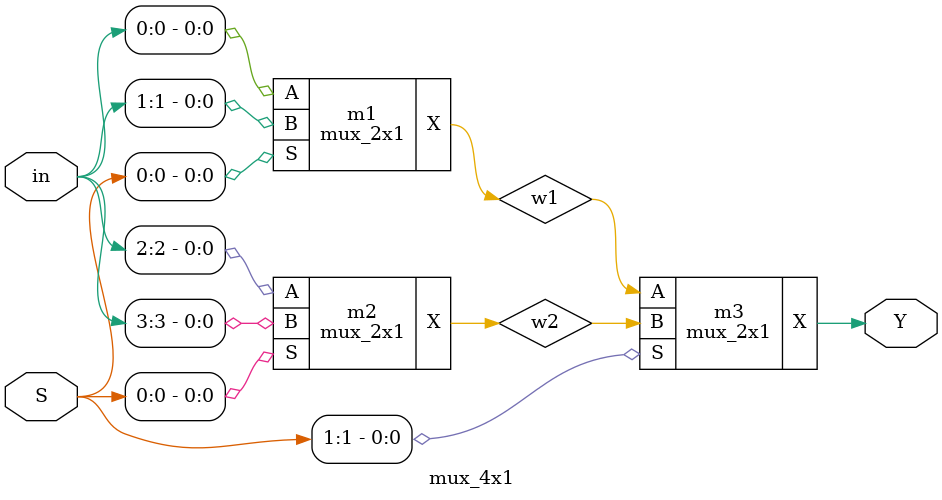
<source format=v>
module mux_2x1(input wire A,B,S , output reg X); //making 2X1 mux 

always@(*)begin
  case(S)
    0:begin
      X = A;
    end
    1:begin
      X = B;
    end
  endcase
end
endmodule
// //////////////////////////////////////////////

module mux_4x1(input wire[3:0]in, input wire [1:0]S, output wire Y);//4x1 mux from 2x1 mux
wire w1,w2;
  mux_2x1 m1(.A(in[0]),.B(in[1]),.S(S[0]),.X(w1));  //  instantiating 2X1 mux and feeding it with input
mux_2x1 m2(.A(in[2]),.B(in[3]),.S(S[0]),.X(w2));
mux_2x1 m3(.A(w1),.B(w2),.S(S[1]),.X(Y));
endmodule

</source>
